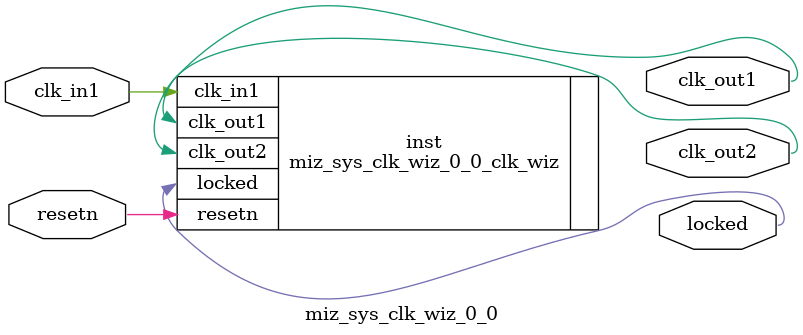
<source format=v>


`timescale 1ps/1ps

(* CORE_GENERATION_INFO = "miz_sys_clk_wiz_0_0,clk_wiz_v6_0_2_0_0,{component_name=miz_sys_clk_wiz_0_0,use_phase_alignment=true,use_min_o_jitter=false,use_max_i_jitter=false,use_dyn_phase_shift=false,use_inclk_switchover=false,use_dyn_reconfig=false,enable_axi=0,feedback_source=FDBK_AUTO,PRIMITIVE=MMCM,num_out_clk=2,clkin1_period=10.000,clkin2_period=10.000,use_power_down=false,use_reset=true,use_locked=true,use_inclk_stopped=false,feedback_type=SINGLE,CLOCK_MGR_TYPE=NA,manual_override=false}" *)

module miz_sys_clk_wiz_0_0 
 (
  // Clock out ports
  output        clk_out1,
  output        clk_out2,
  // Status and control signals
  input         resetn,
  output        locked,
 // Clock in ports
  input         clk_in1
 );

  miz_sys_clk_wiz_0_0_clk_wiz inst
  (
  // Clock out ports  
  .clk_out1(clk_out1),
  .clk_out2(clk_out2),
  // Status and control signals               
  .resetn(resetn), 
  .locked(locked),
 // Clock in ports
  .clk_in1(clk_in1)
  );

endmodule

</source>
